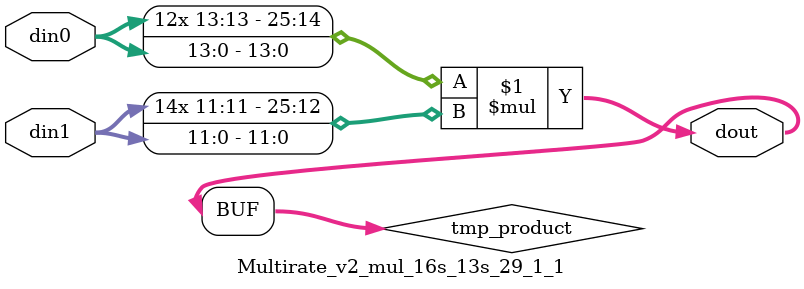
<source format=v>

`timescale 1 ns / 1 ps

 module Multirate_v2_mul_16s_13s_29_1_1(din0, din1, dout);
parameter ID = 1;
parameter NUM_STAGE = 0;
parameter din0_WIDTH = 14;
parameter din1_WIDTH = 12;
parameter dout_WIDTH = 26;

input [din0_WIDTH - 1 : 0] din0; 
input [din1_WIDTH - 1 : 0] din1; 
output [dout_WIDTH - 1 : 0] dout;

wire signed [dout_WIDTH - 1 : 0] tmp_product;



























assign tmp_product = $signed(din0) * $signed(din1);








assign dout = tmp_product;





















endmodule

</source>
